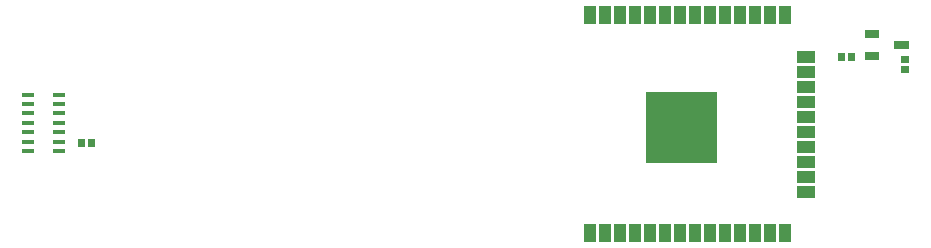
<source format=gbp>
G04 Layer: BottomPasteMaskLayer*
G04 EasyEDA v6.5.5, 2022-06-25 23:47:44*
G04 621e16e28f884fd4bf2062cce9099d3c,e579ade59e434e5c9d4a708449f7d829,10*
G04 Gerber Generator version 0.2*
G04 Scale: 100 percent, Rotated: No, Reflected: No *
G04 Dimensions in inches *
G04 leading zeros omitted , absolute positions ,3 integer and 6 decimal *
%FSLAX36Y36*%
%MOIN*%

%ADD45R,0.0400X0.0138*%

%LPD*%
G36*
X1174889Y213117D02*
G01*
X1198509Y213117D01*
X1198509Y238697D01*
X1174889Y238697D01*
G37*
G36*
X1141490Y213117D02*
G01*
X1165110Y213117D01*
X1165110Y238697D01*
X1141490Y238697D01*
G37*
G36*
X1352209Y196017D02*
G01*
X1352209Y172397D01*
X1377790Y172397D01*
X1377790Y196017D01*
G37*
G36*
X1352209Y229416D02*
G01*
X1352209Y205797D01*
X1377790Y205797D01*
X1377790Y229416D01*
G37*
G36*
X1329593Y279687D02*
G01*
X1329593Y252126D01*
X1378806Y252126D01*
X1378806Y279687D01*
G37*
G36*
X1231193Y317087D02*
G01*
X1231193Y289527D01*
X1280406Y289527D01*
X1280406Y317087D01*
G37*
G36*
X1231193Y242287D02*
G01*
X1231193Y214727D01*
X1280406Y214727D01*
X1280406Y242287D01*
G37*
G36*
X445799Y396157D02*
G01*
X445799Y337057D01*
X485200Y337057D01*
X485200Y396157D01*
G37*
G36*
X495799Y396157D02*
G01*
X495799Y337057D01*
X535200Y337057D01*
X535200Y396157D01*
G37*
G36*
X545799Y396157D02*
G01*
X545799Y337057D01*
X585200Y337057D01*
X585200Y396157D01*
G37*
G36*
X595799Y396157D02*
G01*
X595799Y337057D01*
X635200Y337057D01*
X635200Y396157D01*
G37*
G36*
X645799Y396157D02*
G01*
X645799Y337057D01*
X685200Y337057D01*
X685200Y396157D01*
G37*
G36*
X695799Y396157D02*
G01*
X695799Y337057D01*
X735200Y337057D01*
X735200Y396157D01*
G37*
G36*
X745799Y396157D02*
G01*
X745799Y337057D01*
X785200Y337057D01*
X785200Y396157D01*
G37*
G36*
X795799Y396157D02*
G01*
X795799Y337057D01*
X835200Y337057D01*
X835200Y396157D01*
G37*
G36*
X1064049Y-203692D02*
G01*
X1004949Y-203692D01*
X1004949Y-243092D01*
X1064049Y-243092D01*
G37*
G36*
X945799Y-331842D02*
G01*
X945799Y-390942D01*
X985200Y-390942D01*
X985200Y-331842D01*
G37*
G36*
X895799Y-331842D02*
G01*
X895799Y-390942D01*
X935200Y-390942D01*
X935200Y-331842D01*
G37*
G36*
X845799Y-331842D02*
G01*
X845799Y-390942D01*
X885200Y-390942D01*
X885200Y-331842D01*
G37*
G36*
X795799Y-331842D02*
G01*
X795799Y-390942D01*
X835200Y-390942D01*
X835200Y-331842D01*
G37*
G36*
X745799Y-331842D02*
G01*
X745799Y-390942D01*
X785200Y-390942D01*
X785200Y-331842D01*
G37*
G36*
X695799Y-331842D02*
G01*
X695799Y-390942D01*
X735200Y-390942D01*
X735200Y-331842D01*
G37*
G36*
X645799Y-331842D02*
G01*
X645799Y-390942D01*
X685200Y-390942D01*
X685200Y-331842D01*
G37*
G36*
X1064049Y146307D02*
G01*
X1004949Y146307D01*
X1004949Y106907D01*
X1064049Y106907D01*
G37*
G36*
X845799Y396157D02*
G01*
X845799Y337057D01*
X885200Y337057D01*
X885200Y396157D01*
G37*
G36*
X895799Y396157D02*
G01*
X895799Y337057D01*
X935200Y337057D01*
X935200Y396157D01*
G37*
G36*
X945799Y396157D02*
G01*
X945799Y337057D01*
X985200Y337057D01*
X985200Y396157D01*
G37*
G36*
X1064049Y246307D02*
G01*
X1004949Y246307D01*
X1004949Y206907D01*
X1064049Y206907D01*
G37*
G36*
X1064049Y196307D02*
G01*
X1004949Y196307D01*
X1004949Y156907D01*
X1064049Y156907D01*
G37*
G36*
X395799Y396157D02*
G01*
X395799Y337057D01*
X435200Y337057D01*
X435200Y396157D01*
G37*
G36*
X345799Y396157D02*
G01*
X345799Y337057D01*
X385200Y337057D01*
X385200Y396157D01*
G37*
G36*
X295799Y396157D02*
G01*
X295799Y337057D01*
X335200Y337057D01*
X335200Y396157D01*
G37*
G36*
X1064049Y96307D02*
G01*
X1004949Y96307D01*
X1004949Y56907D01*
X1064049Y56907D01*
G37*
G36*
X1064049Y46307D02*
G01*
X1004949Y46307D01*
X1004949Y6907D01*
X1064049Y6907D01*
G37*
G36*
X1064049Y-3692D02*
G01*
X1004949Y-3692D01*
X1004949Y-43092D01*
X1064049Y-43092D01*
G37*
G36*
X1064049Y-153692D02*
G01*
X1004949Y-153692D01*
X1004949Y-193092D01*
X1064049Y-193092D01*
G37*
G36*
X1064049Y-103692D02*
G01*
X1004949Y-103692D01*
X1004949Y-143092D01*
X1064049Y-143092D01*
G37*
G36*
X1064049Y-53692D02*
G01*
X1004949Y-53692D01*
X1004949Y-93092D01*
X1064049Y-93092D01*
G37*
G36*
X595799Y-331842D02*
G01*
X595799Y-390942D01*
X635200Y-390942D01*
X635200Y-331842D01*
G37*
G36*
X545799Y-331842D02*
G01*
X545799Y-390942D01*
X585200Y-390942D01*
X585200Y-331842D01*
G37*
G36*
X495799Y-331842D02*
G01*
X495799Y-390942D01*
X535200Y-390942D01*
X535200Y-331842D01*
G37*
G36*
X445799Y-331842D02*
G01*
X445799Y-390942D01*
X485200Y-390942D01*
X485200Y-331842D01*
G37*
G36*
X395799Y-331842D02*
G01*
X395799Y-390942D01*
X435200Y-390942D01*
X435200Y-331842D01*
G37*
G36*
X345799Y-331842D02*
G01*
X345799Y-390942D01*
X385200Y-390942D01*
X385200Y-331842D01*
G37*
G36*
X295799Y-331842D02*
G01*
X295799Y-390942D01*
X335200Y-390942D01*
X335200Y-331842D01*
G37*
G36*
X501400Y108706D02*
G01*
X501400Y-127492D01*
X737600Y-127492D01*
X737600Y108706D01*
G37*
G36*
X-1366689Y-47305D02*
G01*
X-1390309Y-47305D01*
X-1390309Y-72885D01*
X-1366689Y-72885D01*
G37*
G36*
X-1333289Y-47305D02*
G01*
X-1356909Y-47305D01*
X-1356909Y-72885D01*
X-1333289Y-72885D01*
G37*
D45*
G01*
X-1557039Y-88224D03*
G01*
X-1557039Y-56725D03*
G01*
X-1557039Y-25234D03*
G01*
X-1557039Y6264D03*
G01*
X-1557039Y37744D03*
G01*
X-1557039Y69225D03*
G01*
X-1557039Y100705D03*
G01*
X-1453040Y-88224D03*
G01*
X-1453040Y-56725D03*
G01*
X-1453040Y-25234D03*
G01*
X-1453040Y6264D03*
G01*
X-1453040Y37744D03*
G01*
X-1453040Y69225D03*
G01*
X-1453040Y100705D03*
M02*

</source>
